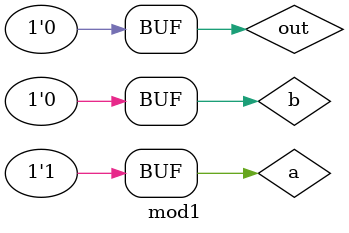
<source format=v>
`timescale 1ns / 1ps


module mod1(
//    input a,
//    input b,
//    output reg out // output out
    );

reg a, b, out;
 
    initial 
    begin
        a = 1'b0; b = 1'b0;
        #30; a = 1'b1;
        #30; b = 1'b1;
        #30; b = 1'b0;
    end 
 // -----------------------------   
    always @ (a)
    begin
        out = a | b; //
        out = a & b;
    end // always
         
endmodule

</source>
